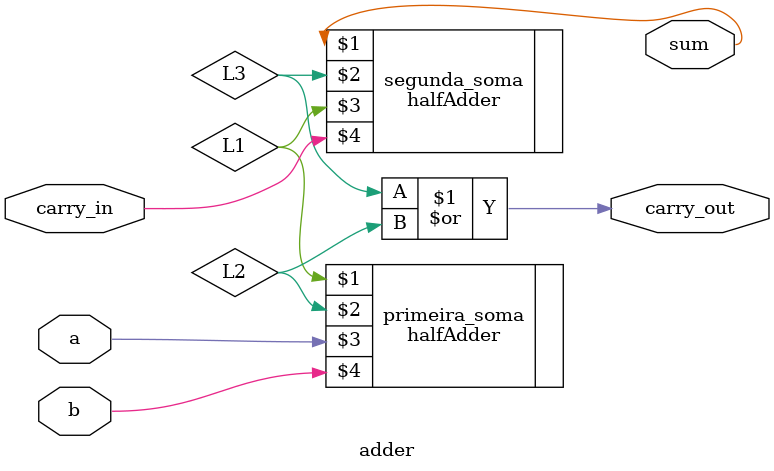
<source format=sv>
module adder(sum,carry_out,a,b,carry_in);

input carry_in, a, b;
output sum, carry_out;

wire L1, L2, L3; //fios para ligar os componentes

halfAdder primeira_soma(L1,L2,a,b);
//a saida soma(L1) do primeiro somador vai na entrada do segundo
//a saida carry out(L2) vai para a porta OR
halfAdder segunda_soma(sum, L3, L1, carry_in);
or(carry_out, L3, L2);

endmodule


</source>
